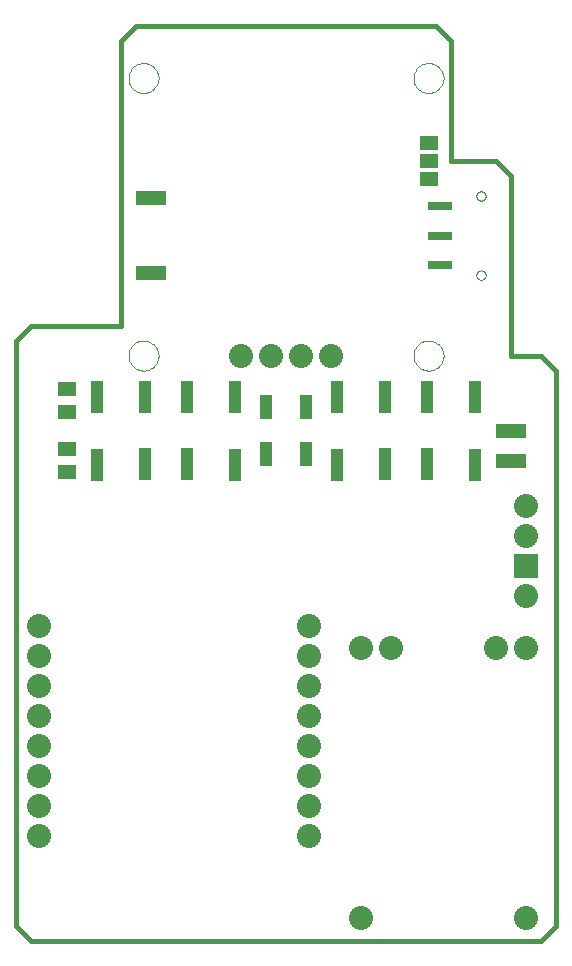
<source format=gtp>
G75*
%MOIN*%
%OFA0B0*%
%FSLAX24Y24*%
%IPPOS*%
%LPD*%
%AMOC8*
5,1,8,0,0,1.08239X$1,22.5*
%
%ADD10C,0.0160*%
%ADD11C,0.0000*%
%ADD12R,0.0394X0.1083*%
%ADD13R,0.0433X0.0787*%
%ADD14C,0.0800*%
%ADD15R,0.0630X0.0460*%
%ADD16R,0.0591X0.0512*%
%ADD17R,0.0800X0.0800*%
%ADD18R,0.0787X0.0315*%
%ADD19R,0.1000X0.0500*%
D10*
X000180Y001125D02*
X000680Y000625D01*
X017680Y000625D01*
X018180Y001125D01*
X018180Y019625D01*
X017680Y020125D01*
X016680Y020125D01*
X016680Y026125D01*
X016180Y026625D01*
X014680Y026625D01*
X014680Y030625D01*
X014180Y031125D01*
X004180Y031125D01*
X003680Y030625D01*
X003680Y021125D01*
X000680Y021125D01*
X000180Y020625D01*
X000180Y001125D01*
D11*
X003930Y020125D02*
X003932Y020169D01*
X003938Y020213D01*
X003948Y020256D01*
X003961Y020298D01*
X003978Y020339D01*
X003999Y020378D01*
X004023Y020415D01*
X004050Y020450D01*
X004080Y020482D01*
X004113Y020512D01*
X004149Y020538D01*
X004186Y020562D01*
X004226Y020581D01*
X004267Y020598D01*
X004310Y020610D01*
X004353Y020619D01*
X004397Y020624D01*
X004441Y020625D01*
X004485Y020622D01*
X004529Y020615D01*
X004572Y020604D01*
X004614Y020590D01*
X004654Y020572D01*
X004693Y020550D01*
X004729Y020526D01*
X004763Y020498D01*
X004795Y020467D01*
X004824Y020433D01*
X004850Y020397D01*
X004872Y020359D01*
X004891Y020319D01*
X004906Y020277D01*
X004918Y020235D01*
X004926Y020191D01*
X004930Y020147D01*
X004930Y020103D01*
X004926Y020059D01*
X004918Y020015D01*
X004906Y019973D01*
X004891Y019931D01*
X004872Y019891D01*
X004850Y019853D01*
X004824Y019817D01*
X004795Y019783D01*
X004763Y019752D01*
X004729Y019724D01*
X004693Y019700D01*
X004654Y019678D01*
X004614Y019660D01*
X004572Y019646D01*
X004529Y019635D01*
X004485Y019628D01*
X004441Y019625D01*
X004397Y019626D01*
X004353Y019631D01*
X004310Y019640D01*
X004267Y019652D01*
X004226Y019669D01*
X004186Y019688D01*
X004149Y019712D01*
X004113Y019738D01*
X004080Y019768D01*
X004050Y019800D01*
X004023Y019835D01*
X003999Y019872D01*
X003978Y019911D01*
X003961Y019952D01*
X003948Y019994D01*
X003938Y020037D01*
X003932Y020081D01*
X003930Y020125D01*
X003930Y029375D02*
X003932Y029419D01*
X003938Y029463D01*
X003948Y029506D01*
X003961Y029548D01*
X003978Y029589D01*
X003999Y029628D01*
X004023Y029665D01*
X004050Y029700D01*
X004080Y029732D01*
X004113Y029762D01*
X004149Y029788D01*
X004186Y029812D01*
X004226Y029831D01*
X004267Y029848D01*
X004310Y029860D01*
X004353Y029869D01*
X004397Y029874D01*
X004441Y029875D01*
X004485Y029872D01*
X004529Y029865D01*
X004572Y029854D01*
X004614Y029840D01*
X004654Y029822D01*
X004693Y029800D01*
X004729Y029776D01*
X004763Y029748D01*
X004795Y029717D01*
X004824Y029683D01*
X004850Y029647D01*
X004872Y029609D01*
X004891Y029569D01*
X004906Y029527D01*
X004918Y029485D01*
X004926Y029441D01*
X004930Y029397D01*
X004930Y029353D01*
X004926Y029309D01*
X004918Y029265D01*
X004906Y029223D01*
X004891Y029181D01*
X004872Y029141D01*
X004850Y029103D01*
X004824Y029067D01*
X004795Y029033D01*
X004763Y029002D01*
X004729Y028974D01*
X004693Y028950D01*
X004654Y028928D01*
X004614Y028910D01*
X004572Y028896D01*
X004529Y028885D01*
X004485Y028878D01*
X004441Y028875D01*
X004397Y028876D01*
X004353Y028881D01*
X004310Y028890D01*
X004267Y028902D01*
X004226Y028919D01*
X004186Y028938D01*
X004149Y028962D01*
X004113Y028988D01*
X004080Y029018D01*
X004050Y029050D01*
X004023Y029085D01*
X003999Y029122D01*
X003978Y029161D01*
X003961Y029202D01*
X003948Y029244D01*
X003938Y029287D01*
X003932Y029331D01*
X003930Y029375D01*
X013430Y029375D02*
X013432Y029419D01*
X013438Y029463D01*
X013448Y029506D01*
X013461Y029548D01*
X013478Y029589D01*
X013499Y029628D01*
X013523Y029665D01*
X013550Y029700D01*
X013580Y029732D01*
X013613Y029762D01*
X013649Y029788D01*
X013686Y029812D01*
X013726Y029831D01*
X013767Y029848D01*
X013810Y029860D01*
X013853Y029869D01*
X013897Y029874D01*
X013941Y029875D01*
X013985Y029872D01*
X014029Y029865D01*
X014072Y029854D01*
X014114Y029840D01*
X014154Y029822D01*
X014193Y029800D01*
X014229Y029776D01*
X014263Y029748D01*
X014295Y029717D01*
X014324Y029683D01*
X014350Y029647D01*
X014372Y029609D01*
X014391Y029569D01*
X014406Y029527D01*
X014418Y029485D01*
X014426Y029441D01*
X014430Y029397D01*
X014430Y029353D01*
X014426Y029309D01*
X014418Y029265D01*
X014406Y029223D01*
X014391Y029181D01*
X014372Y029141D01*
X014350Y029103D01*
X014324Y029067D01*
X014295Y029033D01*
X014263Y029002D01*
X014229Y028974D01*
X014193Y028950D01*
X014154Y028928D01*
X014114Y028910D01*
X014072Y028896D01*
X014029Y028885D01*
X013985Y028878D01*
X013941Y028875D01*
X013897Y028876D01*
X013853Y028881D01*
X013810Y028890D01*
X013767Y028902D01*
X013726Y028919D01*
X013686Y028938D01*
X013649Y028962D01*
X013613Y028988D01*
X013580Y029018D01*
X013550Y029050D01*
X013523Y029085D01*
X013499Y029122D01*
X013478Y029161D01*
X013461Y029202D01*
X013448Y029244D01*
X013438Y029287D01*
X013432Y029331D01*
X013430Y029375D01*
X015523Y025444D02*
X015525Y025469D01*
X015531Y025493D01*
X015540Y025515D01*
X015553Y025536D01*
X015569Y025555D01*
X015588Y025571D01*
X015609Y025584D01*
X015631Y025593D01*
X015655Y025599D01*
X015680Y025601D01*
X015705Y025599D01*
X015729Y025593D01*
X015751Y025584D01*
X015772Y025571D01*
X015791Y025555D01*
X015807Y025536D01*
X015820Y025515D01*
X015829Y025493D01*
X015835Y025469D01*
X015837Y025444D01*
X015835Y025419D01*
X015829Y025395D01*
X015820Y025373D01*
X015807Y025352D01*
X015791Y025333D01*
X015772Y025317D01*
X015751Y025304D01*
X015729Y025295D01*
X015705Y025289D01*
X015680Y025287D01*
X015655Y025289D01*
X015631Y025295D01*
X015609Y025304D01*
X015588Y025317D01*
X015569Y025333D01*
X015553Y025352D01*
X015540Y025373D01*
X015531Y025395D01*
X015525Y025419D01*
X015523Y025444D01*
X015523Y022806D02*
X015525Y022831D01*
X015531Y022855D01*
X015540Y022877D01*
X015553Y022898D01*
X015569Y022917D01*
X015588Y022933D01*
X015609Y022946D01*
X015631Y022955D01*
X015655Y022961D01*
X015680Y022963D01*
X015705Y022961D01*
X015729Y022955D01*
X015751Y022946D01*
X015772Y022933D01*
X015791Y022917D01*
X015807Y022898D01*
X015820Y022877D01*
X015829Y022855D01*
X015835Y022831D01*
X015837Y022806D01*
X015835Y022781D01*
X015829Y022757D01*
X015820Y022735D01*
X015807Y022714D01*
X015791Y022695D01*
X015772Y022679D01*
X015751Y022666D01*
X015729Y022657D01*
X015705Y022651D01*
X015680Y022649D01*
X015655Y022651D01*
X015631Y022657D01*
X015609Y022666D01*
X015588Y022679D01*
X015569Y022695D01*
X015553Y022714D01*
X015540Y022735D01*
X015531Y022757D01*
X015525Y022781D01*
X015523Y022806D01*
X013430Y020125D02*
X013432Y020169D01*
X013438Y020213D01*
X013448Y020256D01*
X013461Y020298D01*
X013478Y020339D01*
X013499Y020378D01*
X013523Y020415D01*
X013550Y020450D01*
X013580Y020482D01*
X013613Y020512D01*
X013649Y020538D01*
X013686Y020562D01*
X013726Y020581D01*
X013767Y020598D01*
X013810Y020610D01*
X013853Y020619D01*
X013897Y020624D01*
X013941Y020625D01*
X013985Y020622D01*
X014029Y020615D01*
X014072Y020604D01*
X014114Y020590D01*
X014154Y020572D01*
X014193Y020550D01*
X014229Y020526D01*
X014263Y020498D01*
X014295Y020467D01*
X014324Y020433D01*
X014350Y020397D01*
X014372Y020359D01*
X014391Y020319D01*
X014406Y020277D01*
X014418Y020235D01*
X014426Y020191D01*
X014430Y020147D01*
X014430Y020103D01*
X014426Y020059D01*
X014418Y020015D01*
X014406Y019973D01*
X014391Y019931D01*
X014372Y019891D01*
X014350Y019853D01*
X014324Y019817D01*
X014295Y019783D01*
X014263Y019752D01*
X014229Y019724D01*
X014193Y019700D01*
X014154Y019678D01*
X014114Y019660D01*
X014072Y019646D01*
X014029Y019635D01*
X013985Y019628D01*
X013941Y019625D01*
X013897Y019626D01*
X013853Y019631D01*
X013810Y019640D01*
X013767Y019652D01*
X013726Y019669D01*
X013686Y019688D01*
X013649Y019712D01*
X013613Y019738D01*
X013580Y019768D01*
X013550Y019800D01*
X013523Y019835D01*
X013499Y019872D01*
X013478Y019911D01*
X013461Y019952D01*
X013448Y019994D01*
X013438Y020037D01*
X013432Y020081D01*
X013430Y020125D01*
D12*
X013893Y018743D03*
X013893Y016507D03*
X012467Y016507D03*
X012467Y018743D03*
X010893Y018757D03*
X010893Y016493D03*
X007467Y016493D03*
X007467Y018757D03*
X005893Y018743D03*
X005893Y016507D03*
X004467Y016507D03*
X004467Y018743D03*
X002893Y018757D03*
X002893Y016493D03*
X015467Y016493D03*
X015467Y018757D03*
D13*
X009849Y018412D03*
X009849Y016838D03*
X008511Y016838D03*
X008511Y018412D03*
D14*
X008680Y020125D03*
X009680Y020125D03*
X010680Y020125D03*
X007680Y020125D03*
X009930Y011125D03*
X009930Y010125D03*
X009930Y009125D03*
X009930Y008125D03*
X009930Y007125D03*
X009930Y006125D03*
X009930Y005125D03*
X009930Y004125D03*
X011680Y001375D03*
X011680Y010375D03*
X012680Y010375D03*
X016180Y010375D03*
X017180Y010375D03*
X017180Y012125D03*
X017180Y014125D03*
X017180Y015125D03*
X017180Y001375D03*
X000930Y004125D03*
X000930Y005125D03*
X000930Y006125D03*
X000930Y007125D03*
X000930Y008125D03*
X000930Y009125D03*
X000930Y010125D03*
X000930Y011125D03*
D15*
X013930Y026025D03*
X013930Y026625D03*
X013930Y027225D03*
D16*
X001880Y018999D03*
X001880Y018251D03*
X001880Y016999D03*
X001880Y016251D03*
D17*
X017180Y013125D03*
D18*
X014302Y023141D03*
X014302Y024125D03*
X014302Y025109D03*
D19*
X016680Y017625D03*
X016680Y016625D03*
X004680Y022875D03*
X004680Y025375D03*
M02*

</source>
